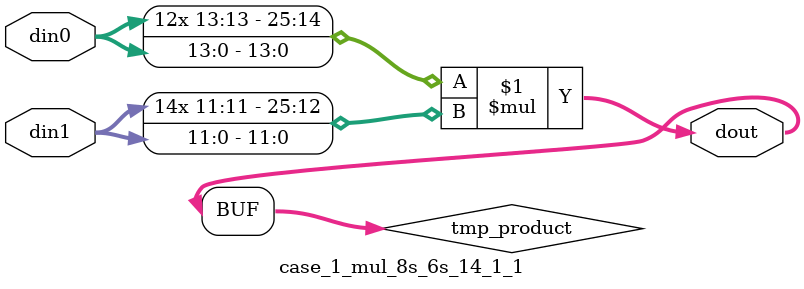
<source format=v>

`timescale 1 ns / 1 ps

 (* use_dsp = "no" *)  module case_1_mul_8s_6s_14_1_1(din0, din1, dout);
parameter ID = 1;
parameter NUM_STAGE = 0;
parameter din0_WIDTH = 14;
parameter din1_WIDTH = 12;
parameter dout_WIDTH = 26;

input [din0_WIDTH - 1 : 0] din0; 
input [din1_WIDTH - 1 : 0] din1; 
output [dout_WIDTH - 1 : 0] dout;

wire signed [dout_WIDTH - 1 : 0] tmp_product;



























assign tmp_product = $signed(din0) * $signed(din1);








assign dout = tmp_product;





















endmodule

</source>
